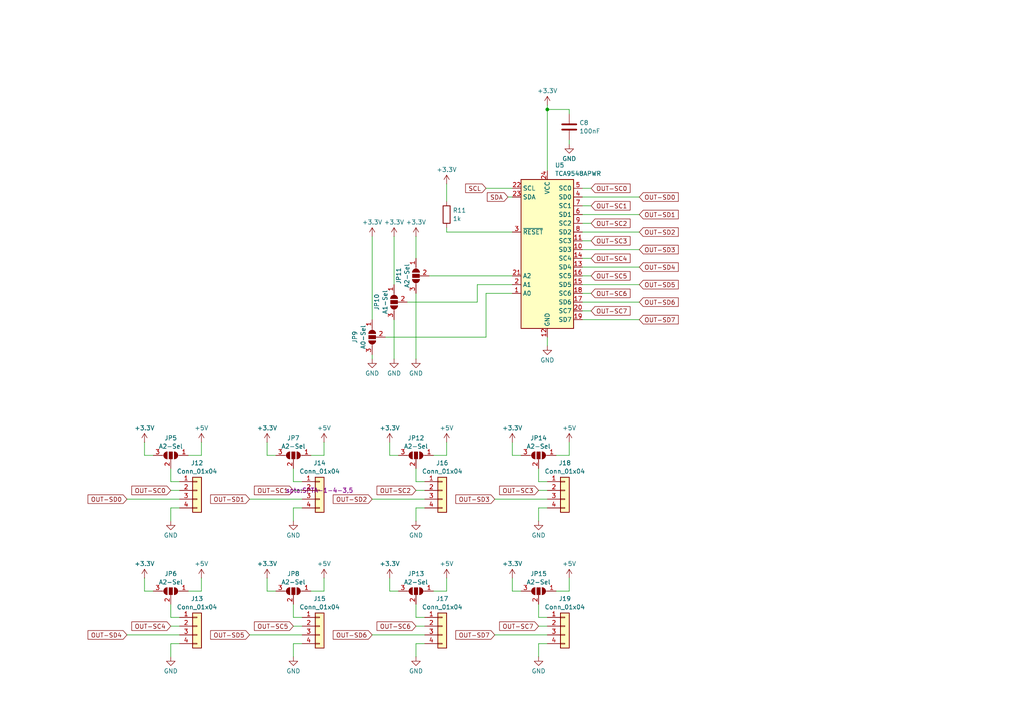
<source format=kicad_sch>
(kicad_sch (version 20231120) (generator "eeschema") (generator_version "8.0")
  (paper "A4")
  (lib_symbols
    (symbol "Connector_Generic:Conn_01x04" (pin_names (offset 1.016) hide)
      (property "Reference" "J" (at 0 5.08 0))
      (property "Value" "Conn_01x04" (at 0 -7.62 0))
      (symbol "Conn_01x04_1_1"
        (rectangle (start -1.27 -4.953) (end 0 -5.207) (stroke (width 0.1524)))
        (rectangle (start -1.27 -2.413) (end 0 -2.667) (stroke (width 0.1524)))
        (rectangle (start -1.27 0.127) (end 0 -0.127) (stroke (width 0.1524)))
        (rectangle (start -1.27 2.667) (end 0 2.413) (stroke (width 0.1524)))
        (rectangle (start -1.27 3.81) (end 1.27 -6.35) (stroke (width 0.254)) (fill (type background)))
        (pin passive line (at -5.08 2.54 0) (length 3.81) (name "Pin_1") (number "1"))
        (pin passive line (at -5.08 0 0) (length 3.81) (name "Pin_2") (number "2"))
        (pin passive line (at -5.08 -2.54 0) (length 3.81) (name "Pin_3") (number "3"))
        (pin passive line (at -5.08 -5.08 0) (length 3.81) (name "Pin_4") (number "4"))
      )
    )
    (symbol "Device:C" (pin_numbers hide) (pin_names (offset 0.254))
      (property "Reference" "C" (at 0.635 2.54 0))
      (property "Value" "C" (at 0.635 -2.54 0))
      (symbol "C_0_1"
        (polyline (pts (xy -2.032 -0.762) (xy 2.032 -0.762)) (stroke (width 0.508)))
        (polyline (pts (xy -2.032 0.762) (xy 2.032 0.762)) (stroke (width 0.508)))
      )
      (symbol "C_1_1"
        (pin passive line (at 0 3.81 270) (length 2.794) (name "~") (number "1"))
        (pin passive line (at 0 -3.81 90) (length 2.794) (name "~") (number "2"))
      )
    )
    (symbol "Device:R" (pin_numbers hide) (pin_names (offset 0))
      (property "Reference" "R" (at 2.032 0 90))
      (property "Value" "R" (at 0 0 90))
      (symbol "R_0_1"
        (rectangle (start -1.016 -2.54) (end 1.016 2.54) (stroke (width 0.254)))
      )
      (symbol "R_1_1"
        (pin passive line (at 0 3.81 270) (length 1.27) (name "~") (number "1"))
        (pin passive line (at 0 -3.81 90) (length 1.27) (name "~") (number "2"))
      )
    )
    (symbol "Interface_Expansion:TCA9548APWR"
      (property "Reference" "U" (at -7.62 21.59 0))
      (property "Value" "TCA9548APWR" (at 1.016 21.59 0))
      (symbol "TCA9548APWR_0_1"
        (rectangle (start -7.62 20.32) (end 7.62 -22.86) (stroke (width 0.254)) (fill (type background)))
      )
      (symbol "TCA9548APWR_1_1"
        (pin input line (at -10.16 -12.7 0) (length 2.54) (name "A0") (number "1"))
        (pin bidirectional line (at 10.16 0 180) (length 2.54) (name "SD3") (number "10"))
        (pin output line (at 10.16 2.54 180) (length 2.54) (name "SC3") (number "11"))
        (pin power_in line (at 0 -25.4 90) (length 2.54) (name "GND") (number "12"))
        (pin bidirectional line (at 10.16 -5.08 180) (length 2.54) (name "SD4") (number "13"))
        (pin output line (at 10.16 -2.54 180) (length 2.54) (name "SC4") (number "14"))
        (pin bidirectional line (at 10.16 -10.16 180) (length 2.54) (name "SD5") (number "15"))
        (pin output line (at 10.16 -7.62 180) (length 2.54) (name "SC5") (number "16"))
        (pin bidirectional line (at 10.16 -15.24 180) (length 2.54) (name "SD6") (number "17"))
        (pin output line (at 10.16 -12.7 180) (length 2.54) (name "SC6") (number "18"))
        (pin bidirectional line (at 10.16 -20.32 180) (length 2.54) (name "SD7") (number "19"))
        (pin input line (at -10.16 -10.16 0) (length 2.54) (name "A1") (number "2"))
        (pin output line (at 10.16 -17.78 180) (length 2.54) (name "SC7") (number "20"))
        (pin input line (at -10.16 -7.62 0) (length 2.54) (name "A2") (number "21"))
        (pin input line (at -10.16 17.78 0) (length 2.54) (name "SCL") (number "22"))
        (pin bidirectional line (at -10.16 15.24 0) (length 2.54) (name "SDA") (number "23"))
        (pin power_in line (at 0 22.86 270) (length 2.54) (name "VCC") (number "24"))
        (pin input line (at -10.16 5.08 0) (length 2.54) (name "~{RESET}") (number "3"))
        (pin bidirectional line (at 10.16 15.24 180) (length 2.54) (name "SD0") (number "4"))
        (pin output line (at 10.16 17.78 180) (length 2.54) (name "SC0") (number "5"))
        (pin bidirectional line (at 10.16 10.16 180) (length 2.54) (name "SD1") (number "6"))
        (pin output line (at 10.16 12.7 180) (length 2.54) (name "SC1") (number "7"))
        (pin bidirectional line (at 10.16 5.08 180) (length 2.54) (name "SD2") (number "8"))
        (pin output line (at 10.16 7.62 180) (length 2.54) (name "SC2") (number "9"))
      )
    )
    (symbol "Jumper:SolderJumper_3_Open" (pin_names (offset 0) hide) (exclude_from_sim yes) (in_bom no)
      (property "Reference" "JP" (at -2.54 -2.54 0))
      (property "Value" "SolderJumper_3_Open" (at 0 2.794 0))
      (symbol "SolderJumper_3_Open_0_1"
        (arc (start -1.016 1.016) (mid -2.0276 0) (end -1.016 -1.016))
        (arc (start -1.016 1.016) (mid -2.0276 0) (end -1.016 -1.016) (fill (type outline)))
        (rectangle (start -0.508 1.016) (end 0.508 -1.016) (fill (type outline)))
        (polyline (pts (xy -2.54 0) (xy -2.032 0)))
        (polyline (pts (xy -1.016 1.016) (xy -1.016 -1.016)))
        (polyline (pts (xy 0 -1.27) (xy 0 -1.016)))
        (polyline (pts (xy 1.016 1.016) (xy 1.016 -1.016)))
        (polyline (pts (xy 2.54 0) (xy 2.032 0)))
        (arc (start 1.016 -1.016) (mid 2.0276 0) (end 1.016 1.016))
        (arc (start 1.016 -1.016) (mid 2.0276 0) (end 1.016 1.016) (fill (type outline)))
      )
      (symbol "SolderJumper_3_Open_1_1"
        (pin passive line (at -5.08 0 0) (length 2.54) (name "A") (number "1"))
        (pin passive line (at 0 -3.81 90) (length 2.54) (name "C") (number "2"))
        (pin passive line (at 5.08 0 180) (length 2.54) (name "B") (number "3"))
      )
    )
    (symbol "power:+3.3V" (power) (pin_numbers hide) (pin_names (offset 0) hide)
      (property "Value" "+3.3V" (at 0 3.556 0))
      (symbol "+3.3V_0_1"
        (polyline (pts (xy -0.762 1.27) (xy 0 2.54)))
        (polyline (pts (xy 0 0) (xy 0 2.54)))
        (polyline (pts (xy 0 2.54) (xy 0.762 1.27)))
      )
      (symbol "+3.3V_1_1"
        (pin power_in line (at 0 0 90) (length 0) (name "~") (number "1"))
      )
    )
    (symbol "power:+5V" (power) (pin_numbers hide) (pin_names (offset 0) hide)
      (property "Value" "+5V" (at 0 3.556 0))
      (symbol "+5V_0_1"
        (polyline (pts (xy -0.762 1.27) (xy 0 2.54)))
        (polyline (pts (xy 0 0) (xy 0 2.54)))
        (polyline (pts (xy 0 2.54) (xy 0.762 1.27)))
      )
      (symbol "+5V_1_1"
        (pin power_in line (at 0 0 90) (length 0) (name "~") (number "1"))
      )
    )
    (symbol "power:GND" (power) (pin_numbers hide) (pin_names (offset 0) hide)
      (property "Value" "GND" (at 0 -3.81 0))
      (symbol "GND_0_1"
        (polyline (pts (xy 0 0) (xy 0 -1.27) (xy 1.27 -1.27) (xy 0 -2.54) (xy -1.27 -1.27) (xy 0 -1.27)))
      )
      (symbol "GND_1_1"
        (pin power_in line (at 0 0 270) (length 0) (name "~") (number "1"))
      )
    )
  )
  (junction (at 158.75 31.75))
  (wire (pts (xy 158.75 97.79) (xy 158.75 100.33)))
  (wire (pts (xy 129.54 132.08) (xy 129.54 128.27)))
  (wire (pts (xy 140.97 54.61) (xy 148.59 54.61)))
  (wire (pts (xy 58.42 132.08) (xy 58.42 128.27)))
  (wire (pts (xy 140.97 97.79) (xy 111.76 97.79)))
  (wire (pts (xy 165.1 171.45) (xy 165.1 167.64)))
  (wire (pts (xy 120.65 142.24) (xy 123.19 142.24)))
  (wire (pts (xy 147.32 57.15) (xy 148.59 57.15)))
  (wire (pts (xy 85.09 179.07) (xy 87.63 179.07)))
  (wire (pts (xy 90.17 171.45) (xy 93.98 171.45)))
  (wire (pts (xy 120.65 139.7) (xy 123.19 139.7)))
  (wire (pts (xy 168.91 64.77) (xy 171.45 64.77)))
  (wire (pts (xy 158.75 31.75) (xy 158.75 49.53)))
  (wire (pts (xy 85.09 147.32) (xy 85.09 151.13)))
  (wire (pts (xy 168.91 69.85) (xy 171.45 69.85)))
  (wire (pts (xy 85.09 181.61) (xy 87.63 181.61)))
  (wire (pts (xy 168.91 62.23) (xy 185.42 62.23)))
  (wire (pts (xy 41.91 167.64) (xy 41.91 171.45)))
  (wire (pts (xy 107.95 144.78) (xy 123.19 144.78)))
  (wire (pts (xy 93.98 132.08) (xy 93.98 128.27)))
  (wire (pts (xy 156.21 175.26) (xy 156.21 179.07)))
  (wire (pts (xy 49.53 135.89) (xy 49.53 139.7)))
  (wire (pts (xy 168.91 80.01) (xy 171.45 80.01)))
  (wire (pts (xy 85.09 135.89) (xy 85.09 139.7)))
  (wire (pts (xy 165.1 40.64) (xy 165.1 41.91)))
  (wire (pts (xy 120.65 85.09) (xy 120.65 104.14)))
  (wire (pts (xy 87.63 186.69) (xy 85.09 186.69)))
  (wire (pts (xy 129.54 171.45) (xy 129.54 167.64)))
  (wire (pts (xy 41.91 171.45) (xy 44.45 171.45)))
  (wire (pts (xy 114.3 92.71) (xy 114.3 104.14)))
  (wire (pts (xy 168.91 74.93) (xy 171.45 74.93)))
  (wire (pts (xy 168.91 72.39) (xy 185.42 72.39)))
  (wire (pts (xy 125.73 171.45) (xy 129.54 171.45)))
  (wire (pts (xy 36.83 184.15) (xy 52.07 184.15)))
  (wire (pts (xy 158.75 30.48) (xy 158.75 31.75)))
  (wire (pts (xy 156.21 179.07) (xy 158.75 179.07)))
  (wire (pts (xy 77.47 167.64) (xy 77.47 171.45)))
  (wire (pts (xy 148.59 82.55) (xy 138.43 82.55)))
  (wire (pts (xy 41.91 132.08) (xy 44.45 132.08)))
  (wire (pts (xy 58.42 171.45) (xy 58.42 167.64)))
  (wire (pts (xy 52.07 186.69) (xy 49.53 186.69)))
  (wire (pts (xy 148.59 167.64) (xy 148.59 171.45)))
  (wire (pts (xy 49.53 175.26) (xy 49.53 179.07)))
  (wire (pts (xy 156.21 147.32) (xy 156.21 151.13)))
  (wire (pts (xy 125.73 132.08) (xy 129.54 132.08)))
  (wire (pts (xy 156.21 135.89) (xy 156.21 139.7)))
  (wire (pts (xy 54.61 132.08) (xy 58.42 132.08)))
  (wire (pts (xy 107.95 68.58) (xy 107.95 92.71)))
  (wire (pts (xy 168.91 85.09) (xy 171.45 85.09)))
  (wire (pts (xy 41.91 128.27) (xy 41.91 132.08)))
  (wire (pts (xy 120.65 181.61) (xy 123.19 181.61)))
  (wire (pts (xy 161.29 132.08) (xy 165.1 132.08)))
  (wire (pts (xy 72.39 184.15) (xy 87.63 184.15)))
  (wire (pts (xy 158.75 147.32) (xy 156.21 147.32)))
  (wire (pts (xy 77.47 171.45) (xy 80.01 171.45)))
  (wire (pts (xy 114.3 68.58) (xy 114.3 82.55)))
  (wire (pts (xy 168.91 59.69) (xy 171.45 59.69)))
  (wire (pts (xy 85.09 139.7) (xy 87.63 139.7)))
  (wire (pts (xy 138.43 82.55) (xy 138.43 87.63)))
  (wire (pts (xy 49.53 186.69) (xy 49.53 190.5)))
  (wire (pts (xy 123.19 147.32) (xy 120.65 147.32)))
  (wire (pts (xy 143.51 184.15) (xy 158.75 184.15)))
  (wire (pts (xy 129.54 67.31) (xy 129.54 66.04)))
  (wire (pts (xy 113.03 171.45) (xy 115.57 171.45)))
  (wire (pts (xy 120.65 186.69) (xy 120.65 190.5)))
  (wire (pts (xy 120.65 68.58) (xy 120.65 74.93)))
  (wire (pts (xy 113.03 167.64) (xy 113.03 171.45)))
  (wire (pts (xy 123.19 186.69) (xy 120.65 186.69)))
  (wire (pts (xy 158.75 31.75) (xy 165.1 31.75)))
  (wire (pts (xy 168.91 67.31) (xy 185.42 67.31)))
  (wire (pts (xy 143.51 144.78) (xy 158.75 144.78)))
  (wire (pts (xy 107.95 184.15) (xy 123.19 184.15)))
  (wire (pts (xy 120.65 147.32) (xy 120.65 151.13)))
  (wire (pts (xy 168.91 54.61) (xy 171.45 54.61)))
  (wire (pts (xy 120.65 175.26) (xy 120.65 179.07)))
  (wire (pts (xy 52.07 147.32) (xy 49.53 147.32)))
  (wire (pts (xy 77.47 128.27) (xy 77.47 132.08)))
  (wire (pts (xy 168.91 77.47) (xy 185.42 77.47)))
  (wire (pts (xy 85.09 175.26) (xy 85.09 179.07)))
  (wire (pts (xy 120.65 179.07) (xy 123.19 179.07)))
  (wire (pts (xy 148.59 132.08) (xy 151.13 132.08)))
  (wire (pts (xy 49.53 179.07) (xy 52.07 179.07)))
  (wire (pts (xy 129.54 53.34) (xy 129.54 58.42)))
  (wire (pts (xy 49.53 142.24) (xy 52.07 142.24)))
  (wire (pts (xy 156.21 139.7) (xy 158.75 139.7)))
  (wire (pts (xy 165.1 132.08) (xy 165.1 128.27)))
  (wire (pts (xy 148.59 128.27) (xy 148.59 132.08)))
  (wire (pts (xy 113.03 132.08) (xy 115.57 132.08)))
  (wire (pts (xy 148.59 171.45) (xy 151.13 171.45)))
  (wire (pts (xy 168.91 90.17) (xy 171.45 90.17)))
  (wire (pts (xy 156.21 142.24) (xy 158.75 142.24)))
  (wire (pts (xy 49.53 139.7) (xy 52.07 139.7)))
  (wire (pts (xy 165.1 33.02) (xy 165.1 31.75)))
  (wire (pts (xy 124.46 80.01) (xy 148.59 80.01)))
  (wire (pts (xy 85.09 142.24) (xy 87.63 142.24)))
  (wire (pts (xy 49.53 147.32) (xy 49.53 151.13)))
  (wire (pts (xy 140.97 85.09) (xy 140.97 97.79)))
  (wire (pts (xy 158.75 186.69) (xy 156.21 186.69)))
  (wire (pts (xy 118.11 87.63) (xy 138.43 87.63)))
  (wire (pts (xy 168.91 57.15) (xy 185.42 57.15)))
  (wire (pts (xy 168.91 92.71) (xy 185.42 92.71)))
  (wire (pts (xy 93.98 171.45) (xy 93.98 167.64)))
  (wire (pts (xy 120.65 135.89) (xy 120.65 139.7)))
  (wire (pts (xy 72.39 144.78) (xy 87.63 144.78)))
  (wire (pts (xy 148.59 67.31) (xy 129.54 67.31)))
  (wire (pts (xy 85.09 186.69) (xy 85.09 190.5)))
  (wire (pts (xy 156.21 181.61) (xy 158.75 181.61)))
  (wire (pts (xy 107.95 102.87) (xy 107.95 104.14)))
  (wire (pts (xy 36.83 144.78) (xy 52.07 144.78)))
  (wire (pts (xy 168.91 87.63) (xy 185.42 87.63)))
  (wire (pts (xy 54.61 171.45) (xy 58.42 171.45)))
  (wire (pts (xy 77.47 132.08) (xy 80.01 132.08)))
  (wire (pts (xy 161.29 171.45) (xy 165.1 171.45)))
  (wire (pts (xy 156.21 186.69) (xy 156.21 190.5)))
  (wire (pts (xy 148.59 85.09) (xy 140.97 85.09)))
  (wire (pts (xy 168.91 82.55) (xy 185.42 82.55)))
  (wire (pts (xy 90.17 132.08) (xy 93.98 132.08)))
  (wire (pts (xy 87.63 147.32) (xy 85.09 147.32)))
  (wire (pts (xy 49.53 181.61) (xy 52.07 181.61)))
  (wire (pts (xy 113.03 128.27) (xy 113.03 132.08)))
  (global_label "SDA" (shape input) (at 147.32 57.15 180) (property "Intersheetrefs" "${INTERSHEET_REFS}" (effects (hide yes))))
  (global_label "OUT-SD0" (shape input) (at 185.42 57.15 0) (property "Intersheetrefs" "${INTERSHEET_REFS}" (effects (hide yes))))
  (global_label "OUT-SC3" (shape input) (at 171.45 69.85 0) (property "Intersheetrefs" "${INTERSHEET_REFS}" (effects (hide yes))))
  (global_label "OUT-SD7" (shape input) (at 143.51 184.15 180) (property "Intersheetrefs" "${INTERSHEET_REFS}" (effects (hide yes))))
  (global_label "OUT-SC5" (shape input) (at 85.09 181.61 180) (property "Intersheetrefs" "${INTERSHEET_REFS}" (effects (hide yes))))
  (global_label "OUT-SC3" (shape input) (at 156.21 142.24 180) (property "Intersheetrefs" "${INTERSHEET_REFS}" (effects (hide yes))))
  (global_label "OUT-SD6" (shape input) (at 185.42 87.63 0) (property "Intersheetrefs" "${INTERSHEET_REFS}" (effects (hide yes))))
  (global_label "OUT-SC7" (shape input) (at 171.45 90.17 0) (property "Intersheetrefs" "${INTERSHEET_REFS}" (effects (hide yes))))
  (global_label "OUT-SC2" (shape input) (at 120.65 142.24 180) (property "Intersheetrefs" "${INTERSHEET_REFS}" (effects (hide yes))))
  (global_label "OUT-SC4" (shape input) (at 49.53 181.61 180) (property "Intersheetrefs" "${INTERSHEET_REFS}" (effects (hide yes))))
  (global_label "OUT-SD5" (shape input) (at 185.42 82.55 0) (property "Intersheetrefs" "${INTERSHEET_REFS}" (effects (hide yes))))
  (global_label "OUT-SC0" (shape input) (at 171.45 54.61 0) (property "Intersheetrefs" "${INTERSHEET_REFS}" (effects (hide yes))))
  (global_label "OUT-SD1" (shape input) (at 72.39 144.78 180) (property "Intersheetrefs" "${INTERSHEET_REFS}" (effects (hide yes))))
  (global_label "OUT-SC4" (shape input) (at 171.45 74.93 0) (property "Intersheetrefs" "${INTERSHEET_REFS}" (effects (hide yes))))
  (global_label "OUT-SC7" (shape input) (at 156.21 181.61 180) (property "Intersheetrefs" "${INTERSHEET_REFS}" (effects (hide yes))))
  (global_label "OUT-SD2" (shape input) (at 185.42 67.31 0) (property "Intersheetrefs" "${INTERSHEET_REFS}" (effects (hide yes))))
  (global_label "OUT-SC5" (shape input) (at 171.45 80.01 0) (property "Intersheetrefs" "${INTERSHEET_REFS}" (effects (hide yes))))
  (global_label "OUT-SD2" (shape input) (at 107.95 144.78 180) (property "Intersheetrefs" "${INTERSHEET_REFS}" (effects (hide yes))))
  (global_label "OUT-SC2" (shape input) (at 171.45 64.77 0) (property "Intersheetrefs" "${INTERSHEET_REFS}" (effects (hide yes))))
  (global_label "OUT-SD4" (shape input) (at 36.83 184.15 180) (property "Intersheetrefs" "${INTERSHEET_REFS}" (effects (hide yes))))
  (global_label "OUT-SD6" (shape input) (at 107.95 184.15 180) (property "Intersheetrefs" "${INTERSHEET_REFS}" (effects (hide yes))))
  (global_label "OUT-SD3" (shape input) (at 143.51 144.78 180) (property "Intersheetrefs" "${INTERSHEET_REFS}" (effects (hide yes))))
  (global_label "OUT-SC6" (shape input) (at 120.65 181.61 180) (property "Intersheetrefs" "${INTERSHEET_REFS}" (effects (hide yes))))
  (global_label "OUT-SC6" (shape input) (at 171.45 85.09 0) (property "Intersheetrefs" "${INTERSHEET_REFS}" (effects (hide yes))))
  (global_label "OUT-SD4" (shape input) (at 185.42 77.47 0) (property "Intersheetrefs" "${INTERSHEET_REFS}" (effects (hide yes))))
  (global_label "SCL" (shape input) (at 140.97 54.61 180) (property "Intersheetrefs" "${INTERSHEET_REFS}" (effects (hide yes))))
  (global_label "OUT-SD1" (shape input) (at 185.42 62.23 0) (property "Intersheetrefs" "${INTERSHEET_REFS}" (effects (hide yes))))
  (global_label "OUT-SD3" (shape input) (at 185.42 72.39 0) (property "Intersheetrefs" "${INTERSHEET_REFS}" (effects (hide yes))))
  (global_label "OUT-SD5" (shape input) (at 72.39 184.15 180) (property "Intersheetrefs" "${INTERSHEET_REFS}" (effects (hide yes))))
  (global_label "OUT-SC1" (shape input) (at 171.45 59.69 0) (property "Intersheetrefs" "${INTERSHEET_REFS}" (effects (hide yes))))
  (global_label "OUT-SD0" (shape input) (at 36.83 144.78 180) (property "Intersheetrefs" "${INTERSHEET_REFS}" (effects (hide yes))))
  (global_label "OUT-SC1" (shape input) (at 85.09 142.24 180) (property "Intersheetrefs" "${INTERSHEET_REFS}" (effects (hide yes))))
  (global_label "OUT-SC0" (shape input) (at 49.53 142.24 180) (property "Intersheetrefs" "${INTERSHEET_REFS}" (effects (hide yes))))
  (global_label "OUT-SD7" (shape input) (at 185.42 92.71 0) (property "Intersheetrefs" "${INTERSHEET_REFS}" (effects (hide yes))))
  (symbol (lib_id "power:GND") (at 158.75 100.33 0) (unit 1)
    (property "Reference" "#PWR076" (effects (hide yes)))
    (property "Value" "GND" (at 158.75 104.4631 0))
    (property "Description" "Power symbol creates a global label with name \"GND\" , ground" (effects (hide yes)))
  )
  (symbol (lib_id "Device:C") (at 165.1 36.83 0) (unit 1)
    (property "Reference" "C8" (at 168.021 35.6178 0) (effects (justify left)))
    (property "Value" "100nF" (at 168.021 38.0421 0) (effects (justify left)))
    (property "Footprint" "Capacitor_SMD:C_0603_1608Metric_Pad1.08x0.95mm_HandSolder" (effects (hide yes)))
    (property "Description" "Unpolarized capacitor" (effects (hide yes)))
  )
  (symbol (lib_id "Connector_Generic:Conn_01x04") (at 163.83 181.61 0) (unit 1)
    (property "Reference" "J19" (at 163.83 173.6555 0))
    (property "Value" "Conn_01x04" (at 163.83 176.0798 0))
    (property "Footprint" "Connector_PinHeader_2.54mm:PinHeader_1x04_P2.54mm_Vertical" (effects (hide yes)))
    (property "Description" "Generic connector, single row, 01x04, script generated (kicad-library-utils/schlib/autogen/connector/)" (effects (hide yes)))
  )
  (symbol (lib_id "Interface_Expansion:TCA9548APWR") (at 158.75 72.39 0) (unit 1)
    (property "Reference" "U5" (at 160.9441 47.9255 0) (effects (justify left)))
    (property "Value" "TCA9548APWR" (at 160.9441 50.3498 0) (effects (justify left)))
    (property "Footprint" "Package_SO:TSSOP-24_4.4x7.8mm_P0.65mm" (effects (hide yes)))
    (property "Datasheet" "http://www.ti.com/lit/ds/symlink/tca9548a.pdf" (effects (hide yes)))
    (property "Description" "Low voltage 8-channel I2C switch with reset, TSSOP-24" (effects (hide yes)))
  )
  (symbol (lib_id "Jumper:SolderJumper_3_Open") (at 120.65 80.01 90) (mirror x) (unit 1) (exclude_from_sim yes) (in_bom no)
    (property "Reference" "JP11" (at 115.6165 80.01 0))
    (property "Value" "A2-Sel" (at 118.0408 80.01 0))
    (property "Footprint" "Jumper:SolderJumper-3_P1.3mm_Open_RoundedPad1.0x1.5mm_NumberLabels" (effects (hide yes)))
    (property "Description" "Solder Jumper, 3-pole, open" (effects (hide yes)))
  )
  (symbol (lib_id "Jumper:SolderJumper_3_Open") (at 49.53 171.45 0) (mirror y) (unit 1) (exclude_from_sim yes) (in_bom no)
    (property "Reference" "JP6" (at 49.53 166.4165 0))
    (property "Value" "A2-Sel" (at 49.53 168.8408 0))
    (property "Footprint" "Jumper:SolderJumper-3_P1.3mm_Open_RoundedPad1.0x1.5mm_NumberLabels" (effects (hide yes)))
    (property "Description" "Solder Jumper, 3-pole, open" (effects (hide yes)))
  )
  (symbol (lib_id "power:+5V") (at 129.54 167.64 0) (unit 1)
    (property "Reference" "#PWR070" (effects (hide yes)))
    (property "Value" "+5V" (at 129.54 163.5069 0))
    (property "Description" "Power symbol creates a global label with name \"+5V\"" (effects (hide yes)))
  )
  (symbol (lib_id "Jumper:SolderJumper_3_Open") (at 114.3 87.63 90) (mirror x) (unit 1) (exclude_from_sim yes) (in_bom no)
    (property "Reference" "JP10" (at 109.2665 87.63 0))
    (property "Value" "A1-Sel" (at 111.6908 87.63 0))
    (property "Footprint" "Jumper:SolderJumper-3_P1.3mm_Open_RoundedPad1.0x1.5mm_NumberLabels" (effects (hide yes)))
    (property "Description" "Solder Jumper, 3-pole, open" (effects (hide yes)))
  )
  (symbol (lib_id "power:GND") (at 165.1 41.91 0) (unit 1)
    (property "Reference" "#PWR077" (effects (hide yes)))
    (property "Value" "GND" (at 165.1 46.0431 0))
    (property "Description" "Power symbol creates a global label with name \"GND\" , ground" (effects (hide yes)))
  )
  (symbol (lib_id "power:+3.3V") (at 77.47 128.27 0) (unit 1)
    (property "Reference" "#PWR052" (effects (hide yes)))
    (property "Value" "+3.3V" (at 77.47 124.1369 0))
    (property "Description" "Power symbol creates a global label with name \"+3.3V\"" (effects (hide yes)))
  )
  (symbol (lib_id "power:GND") (at 114.3 104.14 0) (unit 1)
    (property "Reference" "#PWR063" (effects (hide yes)))
    (property "Value" "GND" (at 114.3 108.2731 0))
    (property "Description" "Power symbol creates a global label with name \"GND\" , ground" (effects (hide yes)))
  )
  (symbol (lib_id "power:+5V") (at 58.42 128.27 0) (unit 1)
    (property "Reference" "#PWR050" (effects (hide yes)))
    (property "Value" "+5V" (at 58.42 124.1369 0))
    (property "Description" "Power symbol creates a global label with name \"+5V\"" (effects (hide yes)))
  )
  (symbol (lib_id "power:+3.3V") (at 148.59 128.27 0) (unit 1)
    (property "Reference" "#PWR071" (effects (hide yes)))
    (property "Value" "+3.3V" (at 148.59 124.1369 0))
    (property "Description" "Power symbol creates a global label with name \"+3.3V\"" (effects (hide yes)))
  )
  (symbol (lib_id "power:GND") (at 120.65 190.5 0) (unit 1)
    (property "Reference" "#PWR067" (effects (hide yes)))
    (property "Value" "GND" (at 120.65 194.6331 0))
    (property "Description" "Power symbol creates a global label with name \"GND\" , ground" (effects (hide yes)))
  )
  (symbol (lib_id "power:+5V") (at 165.1 167.64 0) (unit 1)
    (property "Reference" "#PWR079" (effects (hide yes)))
    (property "Value" "+5V" (at 165.1 163.5069 0))
    (property "Description" "Power symbol creates a global label with name \"+5V\"" (effects (hide yes)))
  )
  (symbol (lib_id "power:GND") (at 156.21 190.5 0) (unit 1)
    (property "Reference" "#PWR074" (effects (hide yes)))
    (property "Value" "GND" (at 156.21 194.6331 0))
    (property "Description" "Power symbol creates a global label with name \"GND\" , ground" (effects (hide yes)))
  )
  (symbol (lib_id "Connector_Generic:Conn_01x04") (at 57.15 142.24 0) (unit 1)
    (property "Reference" "J12" (at 57.15 134.2855 0))
    (property "Value" "Conn_01x04" (at 57.15 136.7098 0))
    (property "Footprint" "spta:SPTA-1-4-3,5" (effects (hide yes)))
    (property "Description" "Generic connector, single row, 01x04, script generated (kicad-library-utils/schlib/autogen/connector/)" (effects (hide yes)))
  )
  (symbol (lib_id "power:+3.3V") (at 158.75 30.48 0) (unit 1)
    (property "Reference" "#PWR075" (effects (hide yes)))
    (property "Value" "+3.3V" (at 158.75 26.3469 0))
    (property "Description" "Power symbol creates a global label with name \"+3.3V\"" (effects (hide yes)))
  )
  (symbol (lib_id "power:+5V") (at 165.1 128.27 0) (unit 1)
    (property "Reference" "#PWR078" (effects (hide yes)))
    (property "Value" "+5V" (at 165.1 124.1369 0))
    (property "Description" "Power symbol creates a global label with name \"+5V\"" (effects (hide yes)))
  )
  (symbol (lib_id "power:+3.3V") (at 148.59 167.64 0) (unit 1)
    (property "Reference" "#PWR072" (effects (hide yes)))
    (property "Value" "+3.3V" (at 148.59 163.5069 0))
    (property "Description" "Power symbol creates a global label with name \"+3.3V\"" (effects (hide yes)))
  )
  (symbol (lib_id "power:GND") (at 120.65 151.13 0) (unit 1)
    (property "Reference" "#PWR066" (effects (hide yes)))
    (property "Value" "GND" (at 120.65 155.2631 0))
    (property "Description" "Power symbol creates a global label with name \"GND\" , ground" (effects (hide yes)))
  )
  (symbol (lib_id "power:GND") (at 49.53 190.5 0) (unit 1)
    (property "Reference" "#PWR049" (effects (hide yes)))
    (property "Value" "GND" (at 49.53 194.6331 0))
    (property "Description" "Power symbol creates a global label with name \"GND\" , ground" (effects (hide yes)))
  )
  (symbol (lib_id "Device:R") (at 129.54 62.23 0) (unit 1)
    (property "Reference" "R11" (at 131.318 61.0178 0) (effects (justify left)))
    (property "Value" "1k" (at 131.318 63.4421 0) (effects (justify left)))
    (property "Footprint" "Resistor_SMD:R_0603_1608Metric_Pad0.98x0.95mm_HandSolder" (effects (hide yes)))
    (property "Description" "Resistor" (effects (hide yes)))
  )
  (symbol (lib_id "power:+3.3V") (at 41.91 167.64 0) (unit 1)
    (property "Reference" "#PWR047" (effects (hide yes)))
    (property "Value" "+3.3V" (at 41.91 163.5069 0))
    (property "Description" "Power symbol creates a global label with name \"+3.3V\"" (effects (hide yes)))
  )
  (symbol (lib_id "power:+3.3V") (at 113.03 167.64 0) (unit 1)
    (property "Reference" "#PWR061" (effects (hide yes)))
    (property "Value" "+3.3V" (at 113.03 163.5069 0))
    (property "Description" "Power symbol creates a global label with name \"+3.3V\"" (effects (hide yes)))
  )
  (symbol (lib_id "Jumper:SolderJumper_3_Open") (at 107.95 97.79 90) (mirror x) (unit 1) (exclude_from_sim yes) (in_bom no)
    (property "Reference" "JP9" (at 102.9165 97.79 0))
    (property "Value" "A0-Sel" (at 105.3408 97.79 0))
    (property "Footprint" "Jumper:SolderJumper-3_P1.3mm_Open_RoundedPad1.0x1.5mm_NumberLabels" (effects (hide yes)))
    (property "Description" "Solder Jumper, 3-pole, open" (effects (hide yes)))
  )
  (symbol (lib_id "power:GND") (at 85.09 190.5 0) (unit 1)
    (property "Reference" "#PWR055" (effects (hide yes)))
    (property "Value" "GND" (at 85.09 194.6331 0))
    (property "Description" "Power symbol creates a global label with name \"GND\" , ground" (effects (hide yes)))
  )
  (symbol (lib_id "Connector_Generic:Conn_01x04") (at 128.27 181.61 0) (unit 1)
    (property "Reference" "J17" (at 128.27 173.6555 0))
    (property "Value" "Conn_01x04" (at 128.27 176.0798 0))
    (property "Footprint" "Connector_PinHeader_2.54mm:PinHeader_1x04_P2.54mm_Vertical" (effects (hide yes)))
    (property "Description" "Generic connector, single row, 01x04, script generated (kicad-library-utils/schlib/autogen/connector/)" (effects (hide yes)))
  )
  (symbol (lib_id "power:+3.3V") (at 120.65 68.58 0) (unit 1)
    (property "Reference" "#PWR064" (effects (hide yes)))
    (property "Value" "+3.3V" (at 120.65 64.4469 0))
    (property "Description" "Power symbol creates a global label with name \"+3.3V\"" (effects (hide yes)))
  )
  (symbol (lib_id "power:+5V") (at 93.98 128.27 0) (unit 1)
    (property "Reference" "#PWR056" (effects (hide yes)))
    (property "Value" "+5V" (at 93.98 124.1369 0))
    (property "Description" "Power symbol creates a global label with name \"+5V\"" (effects (hide yes)))
  )
  (symbol (lib_id "Jumper:SolderJumper_3_Open") (at 85.09 171.45 0) (mirror y) (unit 1) (exclude_from_sim yes) (in_bom no)
    (property "Reference" "JP8" (at 85.09 166.4165 0))
    (property "Value" "A2-Sel" (at 85.09 168.8408 0))
    (property "Footprint" "Jumper:SolderJumper-3_P1.3mm_Open_RoundedPad1.0x1.5mm_NumberLabels" (effects (hide yes)))
    (property "Description" "Solder Jumper, 3-pole, open" (effects (hide yes)))
  )
  (symbol (lib_id "Connector_Generic:Conn_01x04") (at 57.15 181.61 0) (unit 1)
    (property "Reference" "J13" (at 57.15 173.6555 0))
    (property "Value" "Conn_01x04" (at 57.15 176.0798 0))
    (property "Footprint" "Connector_PinHeader_2.54mm:PinHeader_1x04_P2.54mm_Vertical" (effects (hide yes)))
    (property "Description" "Generic connector, single row, 01x04, script generated (kicad-library-utils/schlib/autogen/connector/)" (effects (hide yes)))
  )
  (symbol (lib_id "power:GND") (at 49.53 151.13 0) (unit 1)
    (property "Reference" "#PWR048" (effects (hide yes)))
    (property "Value" "GND" (at 49.53 155.2631 0))
    (property "Description" "Power symbol creates a global label with name \"GND\" , ground" (effects (hide yes)))
  )
  (symbol (lib_id "Jumper:SolderJumper_3_Open") (at 120.65 171.45 0) (mirror y) (unit 1) (exclude_from_sim yes) (in_bom no)
    (property "Reference" "JP13" (at 120.65 166.4165 0))
    (property "Value" "A2-Sel" (at 120.65 168.8408 0))
    (property "Footprint" "Jumper:SolderJumper-3_P1.3mm_Open_RoundedPad1.0x1.5mm_NumberLabels" (effects (hide yes)))
    (property "Description" "Solder Jumper, 3-pole, open" (effects (hide yes)))
  )
  (symbol (lib_id "power:+3.3V") (at 107.95 68.58 0) (unit 1)
    (property "Reference" "#PWR058" (effects (hide yes)))
    (property "Value" "+3.3V" (at 107.95 64.4469 0))
    (property "Description" "Power symbol creates a global label with name \"+3.3V\"" (effects (hide yes)))
  )
  (symbol (lib_id "power:+3.3V") (at 77.47 167.64 0) (unit 1)
    (property "Reference" "#PWR053" (effects (hide yes)))
    (property "Value" "+3.3V" (at 77.47 163.5069 0))
    (property "Description" "Power symbol creates a global label with name \"+3.3V\"" (effects (hide yes)))
  )
  (symbol (lib_id "power:+5V") (at 58.42 167.64 0) (unit 1)
    (property "Reference" "#PWR051" (effects (hide yes)))
    (property "Value" "+5V" (at 58.42 163.5069 0))
    (property "Description" "Power symbol creates a global label with name \"+5V\"" (effects (hide yes)))
  )
  (symbol (lib_id "Connector_Generic:Conn_01x04") (at 92.71 181.61 0) (unit 1)
    (property "Reference" "J15" (at 92.71 173.6555 0))
    (property "Value" "Conn_01x04" (at 92.71 176.0798 0))
    (property "Footprint" "Connector_PinHeader_2.54mm:PinHeader_1x04_P2.54mm_Vertical" (effects (hide yes)))
    (property "Description" "Generic connector, single row, 01x04, script generated (kicad-library-utils/schlib/autogen/connector/)" (effects (hide yes)))
  )
  (symbol (lib_id "power:GND") (at 156.21 151.13 0) (unit 1)
    (property "Reference" "#PWR073" (effects (hide yes)))
    (property "Value" "GND" (at 156.21 155.2631 0))
    (property "Description" "Power symbol creates a global label with name \"GND\" , ground" (effects (hide yes)))
  )
  (symbol (lib_id "power:GND") (at 85.09 151.13 0) (unit 1)
    (property "Reference" "#PWR054" (effects (hide yes)))
    (property "Value" "GND" (at 85.09 155.2631 0))
    (property "Description" "Power symbol creates a global label with name \"GND\" , ground" (effects (hide yes)))
  )
  (symbol (lib_id "power:+3.3V") (at 114.3 68.58 0) (unit 1)
    (property "Reference" "#PWR062" (effects (hide yes)))
    (property "Value" "+3.3V" (at 114.3 64.4469 0))
    (property "Description" "Power symbol creates a global label with name \"+3.3V\"" (effects (hide yes)))
  )
  (symbol (lib_id "power:+3.3V") (at 129.54 53.34 0) (unit 1)
    (property "Reference" "#PWR068" (effects (hide yes)))
    (property "Value" "+3.3V" (at 129.54 49.2069 0))
    (property "Description" "Power symbol creates a global label with name \"+3.3V\"" (effects (hide yes)))
  )
  (symbol (lib_id "power:+5V") (at 93.98 167.64 0) (unit 1)
    (property "Reference" "#PWR057" (effects (hide yes)))
    (property "Value" "+5V" (at 93.98 163.5069 0))
    (property "Description" "Power symbol creates a global label with name \"+5V\"" (effects (hide yes)))
  )
  (symbol (lib_id "Connector_Generic:Conn_01x04") (at 163.83 142.24 0) (unit 1)
    (property "Reference" "J18" (at 163.83 134.2855 0))
    (property "Value" "Conn_01x04" (at 163.83 136.7098 0))
    (property "Footprint" "spta:SPTA-1-4-3,5" (effects (hide yes)))
    (property "Description" "Generic connector, single row, 01x04, script generated (kicad-library-utils/schlib/autogen/connector/)" (effects (hide yes)))
  )
  (symbol (lib_id "power:GND") (at 120.65 104.14 0) (unit 1)
    (property "Reference" "#PWR065" (effects (hide yes)))
    (property "Value" "GND" (at 120.65 108.2731 0))
    (property "Description" "Power symbol creates a global label with name \"GND\" , ground" (effects (hide yes)))
  )
  (symbol (lib_id "power:GND") (at 107.95 104.14 0) (unit 1)
    (property "Reference" "#PWR059" (effects (hide yes)))
    (property "Value" "GND" (at 107.95 108.2731 0))
    (property "Description" "Power symbol creates a global label with name \"GND\" , ground" (effects (hide yes)))
  )
  (symbol (lib_id "Jumper:SolderJumper_3_Open") (at 120.65 132.08 0) (mirror y) (unit 1) (exclude_from_sim yes) (in_bom no)
    (property "Reference" "JP12" (at 120.65 127.0465 0))
    (property "Value" "A2-Sel" (at 120.65 129.4708 0))
    (property "Footprint" "Jumper:SolderJumper-3_P1.3mm_Open_RoundedPad1.0x1.5mm_NumberLabels" (effects (hide yes)))
    (property "Description" "Solder Jumper, 3-pole, open" (effects (hide yes)))
  )
  (symbol (lib_id "Jumper:SolderJumper_3_Open") (at 49.53 132.08 0) (mirror y) (unit 1) (exclude_from_sim yes) (in_bom no)
    (property "Reference" "JP5" (at 49.53 127.0465 0))
    (property "Value" "A2-Sel" (at 49.53 129.4708 0))
    (property "Footprint" "Jumper:SolderJumper-3_P1.3mm_Open_RoundedPad1.0x1.5mm_NumberLabels" (effects (hide yes)))
    (property "Description" "Solder Jumper, 3-pole, open" (effects (hide yes)))
  )
  (symbol (lib_id "power:+3.3V") (at 113.03 128.27 0) (unit 1)
    (property "Reference" "#PWR060" (effects (hide yes)))
    (property "Value" "+3.3V" (at 113.03 124.1369 0))
    (property "Description" "Power symbol creates a global label with name \"+3.3V\"" (effects (hide yes)))
  )
  (symbol (lib_id "Jumper:SolderJumper_3_Open") (at 156.21 171.45 0) (mirror y) (unit 1) (exclude_from_sim yes) (in_bom no)
    (property "Reference" "JP15" (at 156.21 166.4165 0))
    (property "Value" "A2-Sel" (at 156.21 168.8408 0))
    (property "Footprint" "Jumper:SolderJumper-3_P1.3mm_Open_RoundedPad1.0x1.5mm_NumberLabels" (effects (hide yes)))
    (property "Description" "Solder Jumper, 3-pole, open" (effects (hide yes)))
  )
  (symbol (lib_id "power:+3.3V") (at 41.91 128.27 0) (unit 1)
    (property "Reference" "#PWR046" (effects (hide yes)))
    (property "Value" "+3.3V" (at 41.91 124.1369 0))
    (property "Description" "Power symbol creates a global label with name \"+3.3V\"" (effects (hide yes)))
  )
  (symbol (lib_id "Jumper:SolderJumper_3_Open") (at 156.21 132.08 0) (mirror y) (unit 1) (exclude_from_sim yes) (in_bom no)
    (property "Reference" "JP14" (at 156.21 127.0465 0))
    (property "Value" "A2-Sel" (at 156.21 129.4708 0))
    (property "Footprint" "Jumper:SolderJumper-3_P1.3mm_Open_RoundedPad1.0x1.5mm_NumberLabels" (effects (hide yes)))
    (property "Description" "Solder Jumper, 3-pole, open" (effects (hide yes)))
  )
  (symbol (lib_id "Jumper:SolderJumper_3_Open") (at 85.09 132.08 0) (mirror y) (unit 1) (exclude_from_sim yes) (in_bom no)
    (property "Reference" "JP7" (at 85.09 127.0465 0))
    (property "Value" "A2-Sel" (at 85.09 129.4708 0))
    (property "Footprint" "Jumper:SolderJumper-3_P1.3mm_Open_RoundedPad1.0x1.5mm_NumberLabels" (effects (hide yes)))
    (property "Description" "Solder Jumper, 3-pole, open" (effects (hide yes)))
  )
  (symbol (lib_id "Connector_Generic:Conn_01x04") (at 92.71 142.24 0) (unit 1)
    (property "Reference" "J14" (at 92.71 134.2855 0))
    (property "Value" "Conn_01x04" (at 92.71 136.7098 0))
    (property "Footprint" "spta:SPTA-1-4-3,5" (at 92.71 142.24 0))
    (property "Description" "Generic connector, single row, 01x04, script generated (kicad-library-utils/schlib/autogen/connector/)" (effects (hide yes)))
  )
  (symbol (lib_id "Connector_Generic:Conn_01x04") (at 128.27 142.24 0) (unit 1)
    (property "Reference" "J16" (at 128.27 134.2855 0))
    (property "Value" "Conn_01x04" (at 128.27 136.7098 0))
    (property "Footprint" "spta:SPTA-1-4-3,5" (effects (hide yes)))
    (property "Description" "Generic connector, single row, 01x04, script generated (kicad-library-utils/schlib/autogen/connector/)" (effects (hide yes)))
  )
  (symbol (lib_id "power:+5V") (at 129.54 128.27 0) (unit 1)
    (property "Reference" "#PWR069" (effects (hide yes)))
    (property "Value" "+5V" (at 129.54 124.1369 0))
    (property "Description" "Power symbol creates a global label with name \"+5V\"" (effects (hide yes)))
  )
)
</source>
